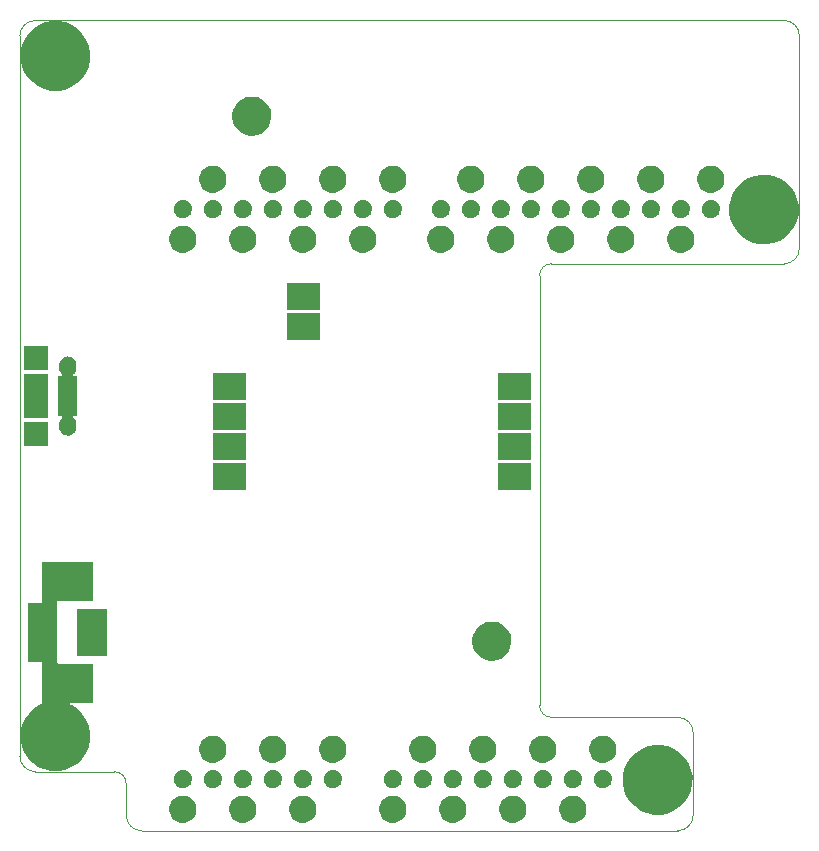
<source format=gts>
G04 (created by PCBNEW (2013-07-07 BZR 4022)-stable) date 15/02/2015 14:23:07*
%MOIN*%
G04 Gerber Fmt 3.4, Leading zero omitted, Abs format*
%FSLAX34Y34*%
G01*
G70*
G90*
G04 APERTURE LIST*
%ADD10C,0.00590551*%
%ADD11C,0.000393701*%
G04 APERTURE END LIST*
G54D10*
G54D11*
X42173Y-51606D02*
X42173Y-27590D01*
X42173Y-27590D02*
G75*
G02X42685Y-27078I511J0D01*
G74*
G01*
X45716Y-52511D02*
X45716Y-53574D01*
X42685Y-52118D02*
X45322Y-52118D01*
X67645Y-27078D02*
X42685Y-27078D01*
X68157Y-34677D02*
X68157Y-27590D01*
X59889Y-35188D02*
X67645Y-35188D01*
X59496Y-49913D02*
X59496Y-35582D01*
X64102Y-50307D02*
X59889Y-50307D01*
X64614Y-53574D02*
X64614Y-50818D01*
X46228Y-54086D02*
X64102Y-54086D01*
X45322Y-52118D02*
G75*
G02X45716Y-52511I0J-393D01*
G74*
G01*
X42685Y-52118D02*
G75*
G02X42173Y-51606I0J511D01*
G74*
G01*
X67645Y-27078D02*
G75*
G02X68157Y-27590I0J-511D01*
G74*
G01*
X68157Y-34678D02*
G75*
G02X67645Y-35188I-511J0D01*
G74*
G01*
X59496Y-35581D02*
G75*
G02X59889Y-35188I393J0D01*
G74*
G01*
X59889Y-50307D02*
G75*
G02X59496Y-49913I0J393D01*
G74*
G01*
X64103Y-50307D02*
G75*
G02X64614Y-50818I0J-511D01*
G74*
G01*
X64614Y-53575D02*
G75*
G02X64102Y-54086I-511J0D01*
G74*
G01*
X46227Y-54086D02*
G75*
G02X45716Y-53574I0J511D01*
G74*
G01*
G54D10*
G36*
X43099Y-38733D02*
X42310Y-38733D01*
X42310Y-37944D01*
X43099Y-37944D01*
X43099Y-38733D01*
X43099Y-38733D01*
G37*
G36*
X43099Y-40347D02*
X42310Y-40347D01*
X42310Y-39606D01*
X42310Y-39590D01*
X42310Y-38849D01*
X43099Y-38849D01*
X43099Y-39590D01*
X43099Y-39606D01*
X43099Y-40347D01*
X43099Y-40347D01*
G37*
G36*
X43099Y-41252D02*
X42310Y-41252D01*
X42310Y-40463D01*
X43099Y-40463D01*
X43099Y-41252D01*
X43099Y-41252D01*
G37*
G36*
X44093Y-40258D02*
X43999Y-40258D01*
X43983Y-40258D01*
X43969Y-40264D01*
X43958Y-40275D01*
X43952Y-40289D01*
X43952Y-40304D01*
X43958Y-40319D01*
X43969Y-40329D01*
X43970Y-40330D01*
X44005Y-40373D01*
X44031Y-40422D01*
X44047Y-40476D01*
X44053Y-40539D01*
X44053Y-40626D01*
X44053Y-40630D01*
X44053Y-40637D01*
X44053Y-40637D01*
X44046Y-40692D01*
X44046Y-40692D01*
X44046Y-40693D01*
X44030Y-40745D01*
X44002Y-40795D01*
X43967Y-40837D01*
X43923Y-40872D01*
X43874Y-40898D01*
X43820Y-40914D01*
X43766Y-40919D01*
X43710Y-40913D01*
X43657Y-40896D01*
X43607Y-40870D01*
X43565Y-40834D01*
X43529Y-40791D01*
X43503Y-40742D01*
X43487Y-40689D01*
X43481Y-40626D01*
X43481Y-40539D01*
X43481Y-40534D01*
X43482Y-40528D01*
X43482Y-40527D01*
X43488Y-40472D01*
X43488Y-40472D01*
X43488Y-40471D01*
X43505Y-40419D01*
X43532Y-40370D01*
X43570Y-40325D01*
X43576Y-40319D01*
X43581Y-40304D01*
X43581Y-40289D01*
X43576Y-40275D01*
X43565Y-40264D01*
X43551Y-40258D01*
X43535Y-40258D01*
X43442Y-40258D01*
X43442Y-40049D01*
X43442Y-40033D01*
X43442Y-39930D01*
X43442Y-39915D01*
X43442Y-39793D01*
X43442Y-39777D01*
X43442Y-39675D01*
X43442Y-39659D01*
X43442Y-39537D01*
X43442Y-39521D01*
X43442Y-39419D01*
X43442Y-39403D01*
X43442Y-39281D01*
X43442Y-39265D01*
X43442Y-39163D01*
X43442Y-39147D01*
X43442Y-38938D01*
X43536Y-38938D01*
X43551Y-38938D01*
X43565Y-38932D01*
X43576Y-38921D01*
X43582Y-38907D01*
X43582Y-38891D01*
X43576Y-38877D01*
X43565Y-38866D01*
X43565Y-38866D01*
X43529Y-38823D01*
X43503Y-38774D01*
X43487Y-38720D01*
X43481Y-38657D01*
X43481Y-38570D01*
X43481Y-38566D01*
X43482Y-38559D01*
X43482Y-38559D01*
X43488Y-38503D01*
X43488Y-38503D01*
X43488Y-38503D01*
X43505Y-38451D01*
X43532Y-38401D01*
X43567Y-38359D01*
X43611Y-38324D01*
X43660Y-38298D01*
X43714Y-38282D01*
X43769Y-38277D01*
X43825Y-38283D01*
X43878Y-38299D01*
X43927Y-38326D01*
X43970Y-38361D01*
X44005Y-38405D01*
X44031Y-38454D01*
X44047Y-38507D01*
X44053Y-38570D01*
X44053Y-38657D01*
X44053Y-38662D01*
X44053Y-38668D01*
X44053Y-38668D01*
X44046Y-38724D01*
X44046Y-38724D01*
X44046Y-38725D01*
X44030Y-38777D01*
X44002Y-38826D01*
X43965Y-38871D01*
X43959Y-38877D01*
X43953Y-38891D01*
X43953Y-38907D01*
X43959Y-38921D01*
X43970Y-38932D01*
X43984Y-38938D01*
X43999Y-38938D01*
X44093Y-38938D01*
X44093Y-39147D01*
X44093Y-39163D01*
X44093Y-39265D01*
X44093Y-39281D01*
X44093Y-39403D01*
X44093Y-39419D01*
X44093Y-39521D01*
X44093Y-39537D01*
X44093Y-39659D01*
X44093Y-39675D01*
X44093Y-39777D01*
X44093Y-39793D01*
X44093Y-39915D01*
X44093Y-39930D01*
X44093Y-40033D01*
X44093Y-40049D01*
X44093Y-40258D01*
X44093Y-40258D01*
G37*
G36*
X44516Y-28148D02*
X44512Y-28403D01*
X44461Y-28631D01*
X44370Y-28833D01*
X44236Y-29024D01*
X44075Y-29177D01*
X43878Y-29303D01*
X43671Y-29383D01*
X43440Y-29423D01*
X43219Y-29419D01*
X42990Y-29369D01*
X42787Y-29280D01*
X42595Y-29146D01*
X42441Y-28987D01*
X42314Y-28790D01*
X42233Y-28584D01*
X42190Y-28354D01*
X42193Y-28133D01*
X42242Y-27903D01*
X42329Y-27700D01*
X42462Y-27506D01*
X42620Y-27352D01*
X42816Y-27223D01*
X43021Y-27140D01*
X43252Y-27096D01*
X43472Y-27098D01*
X43703Y-27145D01*
X43906Y-27231D01*
X44101Y-27362D01*
X44256Y-27519D01*
X44386Y-27715D01*
X44470Y-27918D01*
X44516Y-28148D01*
X44516Y-28148D01*
G37*
G36*
X44595Y-49815D02*
X43885Y-49815D01*
X43869Y-49815D01*
X43855Y-49821D01*
X43844Y-49832D01*
X43838Y-49846D01*
X43838Y-49862D01*
X43844Y-49876D01*
X43855Y-49887D01*
X43906Y-49908D01*
X44101Y-50039D01*
X44256Y-50196D01*
X44386Y-50392D01*
X44470Y-50595D01*
X44516Y-50825D01*
X44512Y-51080D01*
X44461Y-51308D01*
X44370Y-51511D01*
X44236Y-51701D01*
X44075Y-51855D01*
X43878Y-51980D01*
X43671Y-52060D01*
X43440Y-52101D01*
X43219Y-52096D01*
X42990Y-52046D01*
X42787Y-51957D01*
X42595Y-51823D01*
X42441Y-51664D01*
X42314Y-51467D01*
X42233Y-51261D01*
X42190Y-51031D01*
X42193Y-50810D01*
X42242Y-50580D01*
X42329Y-50377D01*
X42462Y-50183D01*
X42620Y-50029D01*
X42816Y-49900D01*
X42869Y-49879D01*
X42884Y-49873D01*
X42894Y-49862D01*
X42900Y-49848D01*
X42900Y-49833D01*
X42900Y-48503D01*
X42900Y-48488D01*
X42894Y-48474D01*
X42884Y-48463D01*
X42869Y-48457D01*
X42854Y-48457D01*
X42428Y-48457D01*
X42428Y-48110D01*
X42428Y-48094D01*
X42428Y-48031D01*
X42428Y-48015D01*
X42428Y-47716D01*
X42428Y-47700D01*
X42428Y-47637D01*
X42428Y-47622D01*
X42428Y-47322D01*
X42428Y-47307D01*
X42428Y-47243D01*
X42428Y-47228D01*
X42428Y-46928D01*
X42428Y-46913D01*
X42428Y-46850D01*
X42428Y-46834D01*
X42428Y-46487D01*
X42854Y-46487D01*
X42869Y-46487D01*
X42884Y-46481D01*
X42894Y-46470D01*
X42900Y-46456D01*
X42900Y-46441D01*
X42900Y-45129D01*
X44595Y-45129D01*
X44595Y-46429D01*
X43460Y-46429D01*
X43445Y-46429D01*
X43430Y-46435D01*
X43420Y-46446D01*
X43414Y-46460D01*
X43414Y-46476D01*
X43414Y-46834D01*
X43414Y-46850D01*
X43414Y-46913D01*
X43414Y-46928D01*
X43414Y-47228D01*
X43414Y-47243D01*
X43414Y-47307D01*
X43414Y-47322D01*
X43414Y-47622D01*
X43414Y-47637D01*
X43414Y-47700D01*
X43414Y-47716D01*
X43414Y-48015D01*
X43414Y-48031D01*
X43414Y-48094D01*
X43414Y-48110D01*
X43414Y-48468D01*
X43414Y-48484D01*
X43420Y-48498D01*
X43430Y-48509D01*
X43445Y-48514D01*
X43460Y-48514D01*
X44595Y-48514D01*
X44595Y-49815D01*
X44595Y-49815D01*
G37*
G36*
X45067Y-48260D02*
X44081Y-48260D01*
X44081Y-47913D01*
X44081Y-47897D01*
X44081Y-47834D01*
X44081Y-47819D01*
X44081Y-47519D01*
X44081Y-47504D01*
X44081Y-47440D01*
X44081Y-47425D01*
X44081Y-47125D01*
X44081Y-47110D01*
X44081Y-47047D01*
X44081Y-47031D01*
X44081Y-46684D01*
X45067Y-46684D01*
X45067Y-47031D01*
X45067Y-47047D01*
X45067Y-47110D01*
X45067Y-47125D01*
X45067Y-47425D01*
X45067Y-47440D01*
X45067Y-47504D01*
X45067Y-47519D01*
X45067Y-47819D01*
X45067Y-47834D01*
X45067Y-47897D01*
X45067Y-47913D01*
X45067Y-48260D01*
X45067Y-48260D01*
G37*
G36*
X47908Y-33342D02*
X47907Y-33405D01*
X47892Y-33469D01*
X47870Y-33519D01*
X47832Y-33572D01*
X47793Y-33610D01*
X47738Y-33645D01*
X47687Y-33664D01*
X47622Y-33676D01*
X47569Y-33675D01*
X47504Y-33661D01*
X47455Y-33639D01*
X47401Y-33601D01*
X47363Y-33563D01*
X47327Y-33507D01*
X47308Y-33457D01*
X47296Y-33392D01*
X47296Y-33339D01*
X47310Y-33274D01*
X47331Y-33225D01*
X47369Y-33170D01*
X47407Y-33133D01*
X47463Y-33096D01*
X47512Y-33076D01*
X47578Y-33064D01*
X47630Y-33064D01*
X47696Y-33077D01*
X47745Y-33098D01*
X47800Y-33135D01*
X47837Y-33173D01*
X47875Y-33229D01*
X47895Y-33277D01*
X47908Y-33342D01*
X47908Y-33342D01*
G37*
G36*
X47908Y-52342D02*
X47907Y-52405D01*
X47892Y-52469D01*
X47870Y-52519D01*
X47832Y-52572D01*
X47793Y-52610D01*
X47738Y-52645D01*
X47687Y-52664D01*
X47622Y-52676D01*
X47569Y-52675D01*
X47504Y-52661D01*
X47455Y-52639D01*
X47401Y-52601D01*
X47363Y-52563D01*
X47327Y-52507D01*
X47308Y-52457D01*
X47296Y-52392D01*
X47296Y-52339D01*
X47310Y-52274D01*
X47331Y-52225D01*
X47369Y-52170D01*
X47407Y-52133D01*
X47463Y-52096D01*
X47512Y-52076D01*
X47578Y-52064D01*
X47630Y-52064D01*
X47696Y-52077D01*
X47745Y-52098D01*
X47800Y-52135D01*
X47837Y-52173D01*
X47875Y-52229D01*
X47895Y-52277D01*
X47908Y-52342D01*
X47908Y-52342D01*
G37*
G36*
X48055Y-34328D02*
X48054Y-34424D01*
X48033Y-34516D01*
X47999Y-34592D01*
X47945Y-34669D01*
X47884Y-34727D01*
X47804Y-34777D01*
X47727Y-34807D01*
X47634Y-34824D01*
X47551Y-34822D01*
X47458Y-34802D01*
X47382Y-34769D01*
X47304Y-34714D01*
X47247Y-34655D01*
X47195Y-34575D01*
X47165Y-34498D01*
X47148Y-34404D01*
X47149Y-34322D01*
X47169Y-34229D01*
X47201Y-34153D01*
X47255Y-34074D01*
X47314Y-34017D01*
X47394Y-33964D01*
X47470Y-33934D01*
X47564Y-33916D01*
X47646Y-33916D01*
X47740Y-33936D01*
X47815Y-33967D01*
X47895Y-34021D01*
X47952Y-34079D01*
X48006Y-34159D01*
X48037Y-34234D01*
X48055Y-34328D01*
X48055Y-34328D01*
G37*
G36*
X48055Y-53328D02*
X48054Y-53424D01*
X48033Y-53516D01*
X47999Y-53592D01*
X47945Y-53669D01*
X47884Y-53727D01*
X47804Y-53777D01*
X47727Y-53807D01*
X47634Y-53824D01*
X47551Y-53822D01*
X47458Y-53802D01*
X47382Y-53769D01*
X47304Y-53714D01*
X47247Y-53655D01*
X47195Y-53575D01*
X47165Y-53498D01*
X47148Y-53404D01*
X47149Y-53322D01*
X47169Y-53229D01*
X47201Y-53153D01*
X47255Y-53074D01*
X47314Y-53017D01*
X47394Y-52964D01*
X47470Y-52934D01*
X47564Y-52916D01*
X47646Y-52916D01*
X47740Y-52936D01*
X47815Y-52967D01*
X47895Y-53021D01*
X47952Y-53079D01*
X48006Y-53159D01*
X48037Y-53234D01*
X48055Y-53328D01*
X48055Y-53328D01*
G37*
G36*
X48908Y-33342D02*
X48907Y-33405D01*
X48892Y-33469D01*
X48870Y-33519D01*
X48832Y-33572D01*
X48793Y-33610D01*
X48738Y-33645D01*
X48687Y-33664D01*
X48622Y-33676D01*
X48569Y-33675D01*
X48504Y-33661D01*
X48455Y-33639D01*
X48401Y-33601D01*
X48363Y-33563D01*
X48327Y-33507D01*
X48308Y-33457D01*
X48296Y-33392D01*
X48296Y-33339D01*
X48310Y-33274D01*
X48331Y-33225D01*
X48369Y-33170D01*
X48407Y-33133D01*
X48463Y-33096D01*
X48512Y-33076D01*
X48578Y-33064D01*
X48630Y-33064D01*
X48696Y-33077D01*
X48745Y-33098D01*
X48800Y-33135D01*
X48837Y-33173D01*
X48875Y-33229D01*
X48895Y-33277D01*
X48908Y-33342D01*
X48908Y-33342D01*
G37*
G36*
X48908Y-52342D02*
X48907Y-52405D01*
X48892Y-52469D01*
X48870Y-52519D01*
X48832Y-52572D01*
X48793Y-52610D01*
X48738Y-52645D01*
X48687Y-52664D01*
X48622Y-52676D01*
X48569Y-52675D01*
X48504Y-52661D01*
X48455Y-52639D01*
X48401Y-52601D01*
X48363Y-52563D01*
X48327Y-52507D01*
X48308Y-52457D01*
X48296Y-52392D01*
X48296Y-52339D01*
X48310Y-52274D01*
X48331Y-52225D01*
X48369Y-52170D01*
X48407Y-52133D01*
X48463Y-52096D01*
X48512Y-52076D01*
X48578Y-52064D01*
X48630Y-52064D01*
X48696Y-52077D01*
X48745Y-52098D01*
X48800Y-52135D01*
X48837Y-52173D01*
X48875Y-52229D01*
X48895Y-52277D01*
X48908Y-52342D01*
X48908Y-52342D01*
G37*
G36*
X49055Y-32328D02*
X49054Y-32424D01*
X49033Y-32516D01*
X48999Y-32592D01*
X48945Y-32669D01*
X48884Y-32727D01*
X48804Y-32777D01*
X48727Y-32807D01*
X48634Y-32824D01*
X48551Y-32822D01*
X48458Y-32802D01*
X48382Y-32769D01*
X48304Y-32714D01*
X48247Y-32655D01*
X48195Y-32575D01*
X48165Y-32498D01*
X48148Y-32404D01*
X48149Y-32322D01*
X48169Y-32229D01*
X48201Y-32153D01*
X48255Y-32074D01*
X48314Y-32017D01*
X48394Y-31964D01*
X48470Y-31934D01*
X48564Y-31916D01*
X48646Y-31916D01*
X48740Y-31936D01*
X48815Y-31967D01*
X48895Y-32021D01*
X48952Y-32079D01*
X49006Y-32159D01*
X49037Y-32234D01*
X49055Y-32328D01*
X49055Y-32328D01*
G37*
G36*
X49055Y-51328D02*
X49054Y-51424D01*
X49033Y-51516D01*
X48999Y-51592D01*
X48945Y-51669D01*
X48884Y-51727D01*
X48804Y-51777D01*
X48727Y-51807D01*
X48634Y-51824D01*
X48551Y-51822D01*
X48458Y-51802D01*
X48382Y-51769D01*
X48304Y-51714D01*
X48247Y-51655D01*
X48195Y-51575D01*
X48165Y-51498D01*
X48148Y-51404D01*
X48149Y-51322D01*
X48169Y-51229D01*
X48201Y-51153D01*
X48255Y-51074D01*
X48314Y-51017D01*
X48394Y-50964D01*
X48470Y-50934D01*
X48564Y-50916D01*
X48646Y-50916D01*
X48740Y-50936D01*
X48815Y-50967D01*
X48895Y-51021D01*
X48952Y-51079D01*
X49006Y-51159D01*
X49037Y-51234D01*
X49055Y-51328D01*
X49055Y-51328D01*
G37*
G36*
X49713Y-39721D02*
X48609Y-39721D01*
X48609Y-38814D01*
X49713Y-38814D01*
X49713Y-39721D01*
X49713Y-39721D01*
G37*
G36*
X49713Y-40721D02*
X48609Y-40721D01*
X48609Y-39814D01*
X49713Y-39814D01*
X49713Y-40721D01*
X49713Y-40721D01*
G37*
G36*
X49713Y-41721D02*
X48609Y-41721D01*
X48609Y-40814D01*
X49713Y-40814D01*
X49713Y-41721D01*
X49713Y-41721D01*
G37*
G36*
X49713Y-42721D02*
X48609Y-42721D01*
X48609Y-41814D01*
X49713Y-41814D01*
X49713Y-42721D01*
X49713Y-42721D01*
G37*
G36*
X49908Y-33342D02*
X49907Y-33405D01*
X49892Y-33469D01*
X49870Y-33519D01*
X49832Y-33572D01*
X49793Y-33610D01*
X49738Y-33645D01*
X49687Y-33664D01*
X49622Y-33676D01*
X49569Y-33675D01*
X49504Y-33661D01*
X49455Y-33639D01*
X49401Y-33601D01*
X49363Y-33563D01*
X49327Y-33507D01*
X49308Y-33457D01*
X49296Y-33392D01*
X49296Y-33339D01*
X49310Y-33274D01*
X49331Y-33225D01*
X49369Y-33170D01*
X49407Y-33133D01*
X49463Y-33096D01*
X49512Y-33076D01*
X49578Y-33064D01*
X49630Y-33064D01*
X49696Y-33077D01*
X49745Y-33098D01*
X49800Y-33135D01*
X49837Y-33173D01*
X49875Y-33229D01*
X49895Y-33277D01*
X49908Y-33342D01*
X49908Y-33342D01*
G37*
G36*
X49908Y-52342D02*
X49907Y-52405D01*
X49892Y-52469D01*
X49870Y-52519D01*
X49832Y-52572D01*
X49793Y-52610D01*
X49738Y-52645D01*
X49687Y-52664D01*
X49622Y-52676D01*
X49569Y-52675D01*
X49504Y-52661D01*
X49455Y-52639D01*
X49401Y-52601D01*
X49363Y-52563D01*
X49327Y-52507D01*
X49308Y-52457D01*
X49296Y-52392D01*
X49296Y-52339D01*
X49310Y-52274D01*
X49331Y-52225D01*
X49369Y-52170D01*
X49407Y-52133D01*
X49463Y-52096D01*
X49512Y-52076D01*
X49578Y-52064D01*
X49630Y-52064D01*
X49696Y-52077D01*
X49745Y-52098D01*
X49800Y-52135D01*
X49837Y-52173D01*
X49875Y-52229D01*
X49895Y-52277D01*
X49908Y-52342D01*
X49908Y-52342D01*
G37*
G36*
X50055Y-34328D02*
X50054Y-34424D01*
X50033Y-34516D01*
X49999Y-34592D01*
X49945Y-34669D01*
X49884Y-34727D01*
X49804Y-34777D01*
X49727Y-34807D01*
X49634Y-34824D01*
X49551Y-34822D01*
X49458Y-34802D01*
X49382Y-34769D01*
X49304Y-34714D01*
X49247Y-34655D01*
X49195Y-34575D01*
X49165Y-34498D01*
X49148Y-34404D01*
X49149Y-34322D01*
X49169Y-34229D01*
X49201Y-34153D01*
X49255Y-34074D01*
X49314Y-34017D01*
X49394Y-33964D01*
X49470Y-33934D01*
X49564Y-33916D01*
X49646Y-33916D01*
X49740Y-33936D01*
X49815Y-33967D01*
X49895Y-34021D01*
X49952Y-34079D01*
X50006Y-34159D01*
X50037Y-34234D01*
X50055Y-34328D01*
X50055Y-34328D01*
G37*
G36*
X50055Y-53328D02*
X50054Y-53424D01*
X50033Y-53516D01*
X49999Y-53592D01*
X49945Y-53669D01*
X49884Y-53727D01*
X49804Y-53777D01*
X49727Y-53807D01*
X49634Y-53824D01*
X49551Y-53822D01*
X49458Y-53802D01*
X49382Y-53769D01*
X49304Y-53714D01*
X49247Y-53655D01*
X49195Y-53575D01*
X49165Y-53498D01*
X49148Y-53404D01*
X49149Y-53322D01*
X49169Y-53229D01*
X49201Y-53153D01*
X49255Y-53074D01*
X49314Y-53017D01*
X49394Y-52964D01*
X49470Y-52934D01*
X49564Y-52916D01*
X49646Y-52916D01*
X49740Y-52936D01*
X49815Y-52967D01*
X49895Y-53021D01*
X49952Y-53079D01*
X50006Y-53159D01*
X50037Y-53234D01*
X50055Y-53328D01*
X50055Y-53328D01*
G37*
G36*
X50555Y-30206D02*
X50553Y-30346D01*
X50524Y-30476D01*
X50474Y-30587D01*
X50397Y-30696D01*
X50309Y-30780D01*
X50197Y-30851D01*
X50084Y-30895D01*
X49952Y-30919D01*
X49831Y-30916D01*
X49700Y-30887D01*
X49589Y-30839D01*
X49479Y-30762D01*
X49395Y-30675D01*
X49323Y-30563D01*
X49278Y-30450D01*
X49254Y-30319D01*
X49256Y-30198D01*
X49284Y-30067D01*
X49331Y-29956D01*
X49407Y-29845D01*
X49493Y-29760D01*
X49606Y-29687D01*
X49717Y-29642D01*
X49849Y-29616D01*
X49970Y-29617D01*
X50102Y-29644D01*
X50212Y-29691D01*
X50324Y-29766D01*
X50409Y-29852D01*
X50483Y-29964D01*
X50529Y-30075D01*
X50555Y-30206D01*
X50555Y-30206D01*
G37*
G36*
X50908Y-33342D02*
X50907Y-33405D01*
X50892Y-33469D01*
X50870Y-33519D01*
X50832Y-33572D01*
X50793Y-33610D01*
X50738Y-33645D01*
X50687Y-33664D01*
X50622Y-33676D01*
X50569Y-33675D01*
X50504Y-33661D01*
X50455Y-33639D01*
X50401Y-33601D01*
X50363Y-33563D01*
X50327Y-33507D01*
X50308Y-33457D01*
X50296Y-33392D01*
X50296Y-33339D01*
X50310Y-33274D01*
X50331Y-33225D01*
X50369Y-33170D01*
X50407Y-33133D01*
X50463Y-33096D01*
X50512Y-33076D01*
X50578Y-33064D01*
X50630Y-33064D01*
X50696Y-33077D01*
X50745Y-33098D01*
X50800Y-33135D01*
X50837Y-33173D01*
X50875Y-33229D01*
X50895Y-33277D01*
X50908Y-33342D01*
X50908Y-33342D01*
G37*
G36*
X50908Y-52342D02*
X50907Y-52405D01*
X50892Y-52469D01*
X50870Y-52519D01*
X50832Y-52572D01*
X50793Y-52610D01*
X50738Y-52645D01*
X50687Y-52664D01*
X50622Y-52676D01*
X50569Y-52675D01*
X50504Y-52661D01*
X50455Y-52639D01*
X50401Y-52601D01*
X50363Y-52563D01*
X50327Y-52507D01*
X50308Y-52457D01*
X50296Y-52392D01*
X50296Y-52339D01*
X50310Y-52274D01*
X50331Y-52225D01*
X50369Y-52170D01*
X50407Y-52133D01*
X50463Y-52096D01*
X50512Y-52076D01*
X50578Y-52064D01*
X50630Y-52064D01*
X50696Y-52077D01*
X50745Y-52098D01*
X50800Y-52135D01*
X50837Y-52173D01*
X50875Y-52229D01*
X50895Y-52277D01*
X50908Y-52342D01*
X50908Y-52342D01*
G37*
G36*
X51055Y-32328D02*
X51054Y-32424D01*
X51033Y-32516D01*
X50999Y-32592D01*
X50945Y-32669D01*
X50884Y-32727D01*
X50804Y-32777D01*
X50727Y-32807D01*
X50634Y-32824D01*
X50551Y-32822D01*
X50458Y-32802D01*
X50382Y-32769D01*
X50304Y-32714D01*
X50247Y-32655D01*
X50195Y-32575D01*
X50165Y-32498D01*
X50148Y-32404D01*
X50149Y-32322D01*
X50169Y-32229D01*
X50201Y-32153D01*
X50255Y-32074D01*
X50314Y-32017D01*
X50394Y-31964D01*
X50470Y-31934D01*
X50564Y-31916D01*
X50646Y-31916D01*
X50740Y-31936D01*
X50815Y-31967D01*
X50895Y-32021D01*
X50952Y-32079D01*
X51006Y-32159D01*
X51037Y-32234D01*
X51055Y-32328D01*
X51055Y-32328D01*
G37*
G36*
X51055Y-51328D02*
X51054Y-51424D01*
X51033Y-51516D01*
X50999Y-51592D01*
X50945Y-51669D01*
X50884Y-51727D01*
X50804Y-51777D01*
X50727Y-51807D01*
X50634Y-51824D01*
X50551Y-51822D01*
X50458Y-51802D01*
X50382Y-51769D01*
X50304Y-51714D01*
X50247Y-51655D01*
X50195Y-51575D01*
X50165Y-51498D01*
X50148Y-51404D01*
X50149Y-51322D01*
X50169Y-51229D01*
X50201Y-51153D01*
X50255Y-51074D01*
X50314Y-51017D01*
X50394Y-50964D01*
X50470Y-50934D01*
X50564Y-50916D01*
X50646Y-50916D01*
X50740Y-50936D01*
X50815Y-50967D01*
X50895Y-51021D01*
X50952Y-51079D01*
X51006Y-51159D01*
X51037Y-51234D01*
X51055Y-51328D01*
X51055Y-51328D01*
G37*
G36*
X51908Y-33342D02*
X51907Y-33405D01*
X51892Y-33469D01*
X51870Y-33519D01*
X51832Y-33572D01*
X51793Y-33610D01*
X51738Y-33645D01*
X51687Y-33664D01*
X51622Y-33676D01*
X51569Y-33675D01*
X51504Y-33661D01*
X51455Y-33639D01*
X51401Y-33601D01*
X51363Y-33563D01*
X51327Y-33507D01*
X51308Y-33457D01*
X51296Y-33392D01*
X51296Y-33339D01*
X51310Y-33274D01*
X51331Y-33225D01*
X51369Y-33170D01*
X51407Y-33133D01*
X51463Y-33096D01*
X51512Y-33076D01*
X51578Y-33064D01*
X51630Y-33064D01*
X51696Y-33077D01*
X51745Y-33098D01*
X51800Y-33135D01*
X51837Y-33173D01*
X51875Y-33229D01*
X51895Y-33277D01*
X51908Y-33342D01*
X51908Y-33342D01*
G37*
G36*
X51908Y-52342D02*
X51907Y-52405D01*
X51892Y-52469D01*
X51870Y-52519D01*
X51832Y-52572D01*
X51793Y-52610D01*
X51738Y-52645D01*
X51687Y-52664D01*
X51622Y-52676D01*
X51569Y-52675D01*
X51504Y-52661D01*
X51455Y-52639D01*
X51401Y-52601D01*
X51363Y-52563D01*
X51327Y-52507D01*
X51308Y-52457D01*
X51296Y-52392D01*
X51296Y-52339D01*
X51310Y-52274D01*
X51331Y-52225D01*
X51369Y-52170D01*
X51407Y-52133D01*
X51463Y-52096D01*
X51512Y-52076D01*
X51578Y-52064D01*
X51630Y-52064D01*
X51696Y-52077D01*
X51745Y-52098D01*
X51800Y-52135D01*
X51837Y-52173D01*
X51875Y-52229D01*
X51895Y-52277D01*
X51908Y-52342D01*
X51908Y-52342D01*
G37*
G36*
X52055Y-34328D02*
X52054Y-34424D01*
X52033Y-34516D01*
X51999Y-34592D01*
X51945Y-34669D01*
X51884Y-34727D01*
X51804Y-34777D01*
X51727Y-34807D01*
X51634Y-34824D01*
X51551Y-34822D01*
X51458Y-34802D01*
X51382Y-34769D01*
X51304Y-34714D01*
X51247Y-34655D01*
X51195Y-34575D01*
X51165Y-34498D01*
X51148Y-34404D01*
X51149Y-34322D01*
X51169Y-34229D01*
X51201Y-34153D01*
X51255Y-34074D01*
X51314Y-34017D01*
X51394Y-33964D01*
X51470Y-33934D01*
X51564Y-33916D01*
X51646Y-33916D01*
X51740Y-33936D01*
X51815Y-33967D01*
X51895Y-34021D01*
X51952Y-34079D01*
X52006Y-34159D01*
X52037Y-34234D01*
X52055Y-34328D01*
X52055Y-34328D01*
G37*
G36*
X52055Y-53328D02*
X52054Y-53424D01*
X52033Y-53516D01*
X51999Y-53592D01*
X51945Y-53669D01*
X51884Y-53727D01*
X51804Y-53777D01*
X51727Y-53807D01*
X51634Y-53824D01*
X51551Y-53822D01*
X51458Y-53802D01*
X51382Y-53769D01*
X51304Y-53714D01*
X51247Y-53655D01*
X51195Y-53575D01*
X51165Y-53498D01*
X51148Y-53404D01*
X51149Y-53322D01*
X51169Y-53229D01*
X51201Y-53153D01*
X51255Y-53074D01*
X51314Y-53017D01*
X51394Y-52964D01*
X51470Y-52934D01*
X51564Y-52916D01*
X51646Y-52916D01*
X51740Y-52936D01*
X51815Y-52967D01*
X51895Y-53021D01*
X51952Y-53079D01*
X52006Y-53159D01*
X52037Y-53234D01*
X52055Y-53328D01*
X52055Y-53328D01*
G37*
G36*
X52193Y-36721D02*
X51089Y-36721D01*
X51089Y-35814D01*
X52193Y-35814D01*
X52193Y-36721D01*
X52193Y-36721D01*
G37*
G36*
X52193Y-37721D02*
X51089Y-37721D01*
X51089Y-36814D01*
X52193Y-36814D01*
X52193Y-37721D01*
X52193Y-37721D01*
G37*
G36*
X52908Y-33342D02*
X52907Y-33405D01*
X52892Y-33469D01*
X52870Y-33519D01*
X52832Y-33572D01*
X52793Y-33610D01*
X52738Y-33645D01*
X52687Y-33664D01*
X52622Y-33676D01*
X52569Y-33675D01*
X52504Y-33661D01*
X52455Y-33639D01*
X52401Y-33601D01*
X52363Y-33563D01*
X52327Y-33507D01*
X52308Y-33457D01*
X52296Y-33392D01*
X52296Y-33339D01*
X52310Y-33274D01*
X52331Y-33225D01*
X52369Y-33170D01*
X52407Y-33133D01*
X52463Y-33096D01*
X52512Y-33076D01*
X52578Y-33064D01*
X52630Y-33064D01*
X52696Y-33077D01*
X52745Y-33098D01*
X52800Y-33135D01*
X52837Y-33173D01*
X52875Y-33229D01*
X52895Y-33277D01*
X52908Y-33342D01*
X52908Y-33342D01*
G37*
G36*
X52908Y-52342D02*
X52907Y-52405D01*
X52892Y-52469D01*
X52870Y-52519D01*
X52832Y-52572D01*
X52793Y-52610D01*
X52738Y-52645D01*
X52687Y-52664D01*
X52622Y-52676D01*
X52569Y-52675D01*
X52504Y-52661D01*
X52455Y-52639D01*
X52401Y-52601D01*
X52363Y-52563D01*
X52327Y-52507D01*
X52308Y-52457D01*
X52296Y-52392D01*
X52296Y-52339D01*
X52310Y-52274D01*
X52331Y-52225D01*
X52369Y-52170D01*
X52407Y-52133D01*
X52463Y-52096D01*
X52512Y-52076D01*
X52578Y-52064D01*
X52630Y-52064D01*
X52696Y-52077D01*
X52745Y-52098D01*
X52800Y-52135D01*
X52837Y-52173D01*
X52875Y-52229D01*
X52895Y-52277D01*
X52908Y-52342D01*
X52908Y-52342D01*
G37*
G36*
X53055Y-32328D02*
X53054Y-32424D01*
X53033Y-32516D01*
X52999Y-32592D01*
X52945Y-32669D01*
X52884Y-32727D01*
X52804Y-32777D01*
X52727Y-32807D01*
X52634Y-32824D01*
X52551Y-32822D01*
X52458Y-32802D01*
X52382Y-32769D01*
X52304Y-32714D01*
X52247Y-32655D01*
X52195Y-32575D01*
X52165Y-32498D01*
X52148Y-32404D01*
X52149Y-32322D01*
X52169Y-32229D01*
X52201Y-32153D01*
X52255Y-32074D01*
X52314Y-32017D01*
X52394Y-31964D01*
X52470Y-31934D01*
X52564Y-31916D01*
X52646Y-31916D01*
X52740Y-31936D01*
X52815Y-31967D01*
X52895Y-32021D01*
X52952Y-32079D01*
X53006Y-32159D01*
X53037Y-32234D01*
X53055Y-32328D01*
X53055Y-32328D01*
G37*
G36*
X53055Y-51328D02*
X53054Y-51424D01*
X53033Y-51516D01*
X52999Y-51592D01*
X52945Y-51669D01*
X52884Y-51727D01*
X52804Y-51777D01*
X52727Y-51807D01*
X52634Y-51824D01*
X52551Y-51822D01*
X52458Y-51802D01*
X52382Y-51769D01*
X52304Y-51714D01*
X52247Y-51655D01*
X52195Y-51575D01*
X52165Y-51498D01*
X52148Y-51404D01*
X52149Y-51322D01*
X52169Y-51229D01*
X52201Y-51153D01*
X52255Y-51074D01*
X52314Y-51017D01*
X52394Y-50964D01*
X52470Y-50934D01*
X52564Y-50916D01*
X52646Y-50916D01*
X52740Y-50936D01*
X52815Y-50967D01*
X52895Y-51021D01*
X52952Y-51079D01*
X53006Y-51159D01*
X53037Y-51234D01*
X53055Y-51328D01*
X53055Y-51328D01*
G37*
G36*
X53908Y-33342D02*
X53907Y-33405D01*
X53892Y-33469D01*
X53870Y-33519D01*
X53832Y-33572D01*
X53793Y-33610D01*
X53738Y-33645D01*
X53687Y-33664D01*
X53622Y-33676D01*
X53569Y-33675D01*
X53504Y-33661D01*
X53455Y-33639D01*
X53401Y-33601D01*
X53363Y-33563D01*
X53327Y-33507D01*
X53308Y-33457D01*
X53296Y-33392D01*
X53296Y-33339D01*
X53310Y-33274D01*
X53331Y-33225D01*
X53369Y-33170D01*
X53407Y-33133D01*
X53463Y-33096D01*
X53512Y-33076D01*
X53578Y-33064D01*
X53630Y-33064D01*
X53696Y-33077D01*
X53745Y-33098D01*
X53800Y-33135D01*
X53837Y-33173D01*
X53875Y-33229D01*
X53895Y-33277D01*
X53908Y-33342D01*
X53908Y-33342D01*
G37*
G36*
X54055Y-34328D02*
X54054Y-34424D01*
X54033Y-34516D01*
X53999Y-34592D01*
X53945Y-34669D01*
X53884Y-34727D01*
X53804Y-34777D01*
X53727Y-34807D01*
X53634Y-34824D01*
X53551Y-34822D01*
X53458Y-34802D01*
X53382Y-34769D01*
X53304Y-34714D01*
X53247Y-34655D01*
X53195Y-34575D01*
X53165Y-34498D01*
X53148Y-34404D01*
X53149Y-34322D01*
X53169Y-34229D01*
X53201Y-34153D01*
X53255Y-34074D01*
X53314Y-34017D01*
X53394Y-33964D01*
X53470Y-33934D01*
X53564Y-33916D01*
X53646Y-33916D01*
X53740Y-33936D01*
X53815Y-33967D01*
X53895Y-34021D01*
X53952Y-34079D01*
X54006Y-34159D01*
X54037Y-34234D01*
X54055Y-34328D01*
X54055Y-34328D01*
G37*
G36*
X54908Y-33342D02*
X54907Y-33405D01*
X54892Y-33469D01*
X54870Y-33519D01*
X54832Y-33572D01*
X54793Y-33610D01*
X54738Y-33645D01*
X54687Y-33664D01*
X54622Y-33676D01*
X54569Y-33675D01*
X54504Y-33661D01*
X54455Y-33639D01*
X54401Y-33601D01*
X54363Y-33563D01*
X54327Y-33507D01*
X54308Y-33457D01*
X54296Y-33392D01*
X54296Y-33339D01*
X54310Y-33274D01*
X54331Y-33225D01*
X54369Y-33170D01*
X54407Y-33133D01*
X54463Y-33096D01*
X54512Y-33076D01*
X54578Y-33064D01*
X54630Y-33064D01*
X54696Y-33077D01*
X54745Y-33098D01*
X54800Y-33135D01*
X54837Y-33173D01*
X54875Y-33229D01*
X54895Y-33277D01*
X54908Y-33342D01*
X54908Y-33342D01*
G37*
G36*
X54908Y-52342D02*
X54907Y-52405D01*
X54892Y-52469D01*
X54870Y-52519D01*
X54832Y-52572D01*
X54793Y-52610D01*
X54738Y-52645D01*
X54687Y-52664D01*
X54622Y-52676D01*
X54569Y-52675D01*
X54504Y-52661D01*
X54455Y-52639D01*
X54401Y-52601D01*
X54363Y-52563D01*
X54327Y-52507D01*
X54308Y-52457D01*
X54296Y-52392D01*
X54296Y-52339D01*
X54310Y-52274D01*
X54331Y-52225D01*
X54369Y-52170D01*
X54407Y-52133D01*
X54463Y-52096D01*
X54512Y-52076D01*
X54578Y-52064D01*
X54630Y-52064D01*
X54696Y-52077D01*
X54745Y-52098D01*
X54800Y-52135D01*
X54837Y-52173D01*
X54875Y-52229D01*
X54895Y-52277D01*
X54908Y-52342D01*
X54908Y-52342D01*
G37*
G36*
X55055Y-32328D02*
X55054Y-32424D01*
X55033Y-32516D01*
X54999Y-32592D01*
X54945Y-32669D01*
X54884Y-32727D01*
X54804Y-32777D01*
X54727Y-32807D01*
X54634Y-32824D01*
X54551Y-32822D01*
X54458Y-32802D01*
X54382Y-32769D01*
X54304Y-32714D01*
X54247Y-32655D01*
X54195Y-32575D01*
X54165Y-32498D01*
X54148Y-32404D01*
X54149Y-32322D01*
X54169Y-32229D01*
X54201Y-32153D01*
X54255Y-32074D01*
X54314Y-32017D01*
X54394Y-31964D01*
X54470Y-31934D01*
X54564Y-31916D01*
X54646Y-31916D01*
X54740Y-31936D01*
X54815Y-31967D01*
X54895Y-32021D01*
X54952Y-32079D01*
X55006Y-32159D01*
X55037Y-32234D01*
X55055Y-32328D01*
X55055Y-32328D01*
G37*
G36*
X55055Y-53328D02*
X55054Y-53424D01*
X55033Y-53516D01*
X54999Y-53592D01*
X54945Y-53669D01*
X54884Y-53727D01*
X54804Y-53777D01*
X54727Y-53807D01*
X54634Y-53824D01*
X54551Y-53822D01*
X54458Y-53802D01*
X54382Y-53769D01*
X54304Y-53714D01*
X54247Y-53655D01*
X54195Y-53575D01*
X54165Y-53498D01*
X54148Y-53404D01*
X54149Y-53322D01*
X54169Y-53229D01*
X54201Y-53153D01*
X54255Y-53074D01*
X54314Y-53017D01*
X54394Y-52964D01*
X54470Y-52934D01*
X54564Y-52916D01*
X54646Y-52916D01*
X54740Y-52936D01*
X54815Y-52967D01*
X54895Y-53021D01*
X54952Y-53079D01*
X55006Y-53159D01*
X55037Y-53234D01*
X55055Y-53328D01*
X55055Y-53328D01*
G37*
G36*
X55908Y-52342D02*
X55907Y-52405D01*
X55892Y-52469D01*
X55870Y-52519D01*
X55832Y-52572D01*
X55793Y-52610D01*
X55738Y-52645D01*
X55687Y-52664D01*
X55622Y-52676D01*
X55569Y-52675D01*
X55504Y-52661D01*
X55455Y-52639D01*
X55401Y-52601D01*
X55363Y-52563D01*
X55327Y-52507D01*
X55308Y-52457D01*
X55296Y-52392D01*
X55296Y-52339D01*
X55310Y-52274D01*
X55331Y-52225D01*
X55369Y-52170D01*
X55407Y-52133D01*
X55463Y-52096D01*
X55512Y-52076D01*
X55578Y-52064D01*
X55630Y-52064D01*
X55696Y-52077D01*
X55745Y-52098D01*
X55800Y-52135D01*
X55837Y-52173D01*
X55875Y-52229D01*
X55895Y-52277D01*
X55908Y-52342D01*
X55908Y-52342D01*
G37*
G36*
X56055Y-51328D02*
X56054Y-51424D01*
X56033Y-51516D01*
X55999Y-51592D01*
X55945Y-51669D01*
X55884Y-51727D01*
X55804Y-51777D01*
X55727Y-51807D01*
X55634Y-51824D01*
X55551Y-51822D01*
X55458Y-51802D01*
X55382Y-51769D01*
X55304Y-51714D01*
X55247Y-51655D01*
X55195Y-51575D01*
X55165Y-51498D01*
X55148Y-51404D01*
X55149Y-51322D01*
X55169Y-51229D01*
X55201Y-51153D01*
X55255Y-51074D01*
X55314Y-51017D01*
X55394Y-50964D01*
X55470Y-50934D01*
X55564Y-50916D01*
X55646Y-50916D01*
X55740Y-50936D01*
X55815Y-50967D01*
X55895Y-51021D01*
X55952Y-51079D01*
X56006Y-51159D01*
X56037Y-51234D01*
X56055Y-51328D01*
X56055Y-51328D01*
G37*
G36*
X56508Y-33342D02*
X56507Y-33405D01*
X56492Y-33469D01*
X56470Y-33519D01*
X56432Y-33572D01*
X56393Y-33610D01*
X56338Y-33645D01*
X56287Y-33664D01*
X56222Y-33676D01*
X56169Y-33675D01*
X56104Y-33661D01*
X56055Y-33639D01*
X56001Y-33601D01*
X55963Y-33563D01*
X55927Y-33507D01*
X55908Y-33457D01*
X55896Y-33392D01*
X55896Y-33339D01*
X55910Y-33274D01*
X55931Y-33225D01*
X55969Y-33170D01*
X56007Y-33133D01*
X56063Y-33096D01*
X56112Y-33076D01*
X56178Y-33064D01*
X56230Y-33064D01*
X56296Y-33077D01*
X56345Y-33098D01*
X56400Y-33135D01*
X56437Y-33173D01*
X56475Y-33229D01*
X56495Y-33277D01*
X56508Y-33342D01*
X56508Y-33342D01*
G37*
G36*
X56655Y-34328D02*
X56654Y-34424D01*
X56633Y-34516D01*
X56599Y-34592D01*
X56545Y-34669D01*
X56484Y-34727D01*
X56404Y-34777D01*
X56327Y-34807D01*
X56234Y-34824D01*
X56151Y-34822D01*
X56058Y-34802D01*
X55982Y-34769D01*
X55904Y-34714D01*
X55847Y-34655D01*
X55795Y-34575D01*
X55765Y-34498D01*
X55748Y-34404D01*
X55749Y-34322D01*
X55769Y-34229D01*
X55801Y-34153D01*
X55855Y-34074D01*
X55914Y-34017D01*
X55994Y-33964D01*
X56070Y-33934D01*
X56164Y-33916D01*
X56246Y-33916D01*
X56340Y-33936D01*
X56415Y-33967D01*
X56495Y-34021D01*
X56552Y-34079D01*
X56606Y-34159D01*
X56637Y-34234D01*
X56655Y-34328D01*
X56655Y-34328D01*
G37*
G36*
X56908Y-52342D02*
X56907Y-52405D01*
X56892Y-52469D01*
X56870Y-52519D01*
X56832Y-52572D01*
X56793Y-52610D01*
X56738Y-52645D01*
X56687Y-52664D01*
X56622Y-52676D01*
X56569Y-52675D01*
X56504Y-52661D01*
X56455Y-52639D01*
X56401Y-52601D01*
X56363Y-52563D01*
X56327Y-52507D01*
X56308Y-52457D01*
X56296Y-52392D01*
X56296Y-52339D01*
X56310Y-52274D01*
X56331Y-52225D01*
X56369Y-52170D01*
X56407Y-52133D01*
X56463Y-52096D01*
X56512Y-52076D01*
X56578Y-52064D01*
X56630Y-52064D01*
X56696Y-52077D01*
X56745Y-52098D01*
X56800Y-52135D01*
X56837Y-52173D01*
X56875Y-52229D01*
X56895Y-52277D01*
X56908Y-52342D01*
X56908Y-52342D01*
G37*
G36*
X57055Y-53328D02*
X57054Y-53424D01*
X57033Y-53516D01*
X56999Y-53592D01*
X56945Y-53669D01*
X56884Y-53727D01*
X56804Y-53777D01*
X56727Y-53807D01*
X56634Y-53824D01*
X56551Y-53822D01*
X56458Y-53802D01*
X56382Y-53769D01*
X56304Y-53714D01*
X56247Y-53655D01*
X56195Y-53575D01*
X56165Y-53498D01*
X56148Y-53404D01*
X56149Y-53322D01*
X56169Y-53229D01*
X56201Y-53153D01*
X56255Y-53074D01*
X56314Y-53017D01*
X56394Y-52964D01*
X56470Y-52934D01*
X56564Y-52916D01*
X56646Y-52916D01*
X56740Y-52936D01*
X56815Y-52967D01*
X56895Y-53021D01*
X56952Y-53079D01*
X57006Y-53159D01*
X57037Y-53234D01*
X57055Y-53328D01*
X57055Y-53328D01*
G37*
G36*
X57508Y-33342D02*
X57507Y-33405D01*
X57492Y-33469D01*
X57470Y-33519D01*
X57432Y-33572D01*
X57393Y-33610D01*
X57338Y-33645D01*
X57287Y-33664D01*
X57222Y-33676D01*
X57169Y-33675D01*
X57104Y-33661D01*
X57055Y-33639D01*
X57001Y-33601D01*
X56963Y-33563D01*
X56927Y-33507D01*
X56908Y-33457D01*
X56896Y-33392D01*
X56896Y-33339D01*
X56910Y-33274D01*
X56931Y-33225D01*
X56969Y-33170D01*
X57007Y-33133D01*
X57063Y-33096D01*
X57112Y-33076D01*
X57178Y-33064D01*
X57230Y-33064D01*
X57296Y-33077D01*
X57345Y-33098D01*
X57400Y-33135D01*
X57437Y-33173D01*
X57475Y-33229D01*
X57495Y-33277D01*
X57508Y-33342D01*
X57508Y-33342D01*
G37*
G36*
X57655Y-32328D02*
X57654Y-32424D01*
X57633Y-32516D01*
X57599Y-32592D01*
X57545Y-32669D01*
X57484Y-32727D01*
X57404Y-32777D01*
X57327Y-32807D01*
X57234Y-32824D01*
X57151Y-32822D01*
X57058Y-32802D01*
X56982Y-32769D01*
X56904Y-32714D01*
X56847Y-32655D01*
X56795Y-32575D01*
X56765Y-32498D01*
X56748Y-32404D01*
X56749Y-32322D01*
X56769Y-32229D01*
X56801Y-32153D01*
X56855Y-32074D01*
X56914Y-32017D01*
X56994Y-31964D01*
X57070Y-31934D01*
X57164Y-31916D01*
X57246Y-31916D01*
X57340Y-31936D01*
X57415Y-31967D01*
X57495Y-32021D01*
X57552Y-32079D01*
X57606Y-32159D01*
X57637Y-32234D01*
X57655Y-32328D01*
X57655Y-32328D01*
G37*
G36*
X57908Y-52342D02*
X57907Y-52405D01*
X57892Y-52469D01*
X57870Y-52519D01*
X57832Y-52572D01*
X57793Y-52610D01*
X57738Y-52645D01*
X57687Y-52664D01*
X57622Y-52676D01*
X57569Y-52675D01*
X57504Y-52661D01*
X57455Y-52639D01*
X57401Y-52601D01*
X57363Y-52563D01*
X57327Y-52507D01*
X57308Y-52457D01*
X57296Y-52392D01*
X57296Y-52339D01*
X57310Y-52274D01*
X57331Y-52225D01*
X57369Y-52170D01*
X57407Y-52133D01*
X57463Y-52096D01*
X57512Y-52076D01*
X57578Y-52064D01*
X57630Y-52064D01*
X57696Y-52077D01*
X57745Y-52098D01*
X57800Y-52135D01*
X57837Y-52173D01*
X57875Y-52229D01*
X57895Y-52277D01*
X57908Y-52342D01*
X57908Y-52342D01*
G37*
G36*
X58055Y-51328D02*
X58054Y-51424D01*
X58033Y-51516D01*
X57999Y-51592D01*
X57945Y-51669D01*
X57884Y-51727D01*
X57804Y-51777D01*
X57727Y-51807D01*
X57634Y-51824D01*
X57551Y-51822D01*
X57458Y-51802D01*
X57382Y-51769D01*
X57304Y-51714D01*
X57247Y-51655D01*
X57195Y-51575D01*
X57165Y-51498D01*
X57148Y-51404D01*
X57149Y-51322D01*
X57169Y-51229D01*
X57201Y-51153D01*
X57255Y-51074D01*
X57314Y-51017D01*
X57394Y-50964D01*
X57470Y-50934D01*
X57564Y-50916D01*
X57646Y-50916D01*
X57740Y-50936D01*
X57815Y-50967D01*
X57895Y-51021D01*
X57952Y-51079D01*
X58006Y-51159D01*
X58037Y-51234D01*
X58055Y-51328D01*
X58055Y-51328D01*
G37*
G36*
X58508Y-33342D02*
X58507Y-33405D01*
X58492Y-33469D01*
X58470Y-33519D01*
X58432Y-33572D01*
X58393Y-33610D01*
X58338Y-33645D01*
X58287Y-33664D01*
X58222Y-33676D01*
X58169Y-33675D01*
X58104Y-33661D01*
X58055Y-33639D01*
X58001Y-33601D01*
X57963Y-33563D01*
X57927Y-33507D01*
X57908Y-33457D01*
X57896Y-33392D01*
X57896Y-33339D01*
X57910Y-33274D01*
X57931Y-33225D01*
X57969Y-33170D01*
X58007Y-33133D01*
X58063Y-33096D01*
X58112Y-33076D01*
X58178Y-33064D01*
X58230Y-33064D01*
X58296Y-33077D01*
X58345Y-33098D01*
X58400Y-33135D01*
X58437Y-33173D01*
X58475Y-33229D01*
X58495Y-33277D01*
X58508Y-33342D01*
X58508Y-33342D01*
G37*
G36*
X58555Y-47706D02*
X58553Y-47846D01*
X58524Y-47976D01*
X58474Y-48087D01*
X58397Y-48196D01*
X58309Y-48280D01*
X58197Y-48351D01*
X58084Y-48395D01*
X57952Y-48419D01*
X57831Y-48416D01*
X57700Y-48387D01*
X57589Y-48339D01*
X57479Y-48262D01*
X57395Y-48175D01*
X57323Y-48063D01*
X57278Y-47950D01*
X57254Y-47819D01*
X57256Y-47698D01*
X57284Y-47567D01*
X57331Y-47456D01*
X57407Y-47345D01*
X57493Y-47260D01*
X57606Y-47187D01*
X57717Y-47142D01*
X57849Y-47116D01*
X57970Y-47117D01*
X58102Y-47144D01*
X58212Y-47191D01*
X58324Y-47266D01*
X58409Y-47352D01*
X58483Y-47464D01*
X58529Y-47575D01*
X58555Y-47706D01*
X58555Y-47706D01*
G37*
G36*
X58655Y-34328D02*
X58654Y-34424D01*
X58633Y-34516D01*
X58599Y-34592D01*
X58545Y-34669D01*
X58484Y-34727D01*
X58404Y-34777D01*
X58327Y-34807D01*
X58234Y-34824D01*
X58151Y-34822D01*
X58058Y-34802D01*
X57982Y-34769D01*
X57904Y-34714D01*
X57847Y-34655D01*
X57795Y-34575D01*
X57765Y-34498D01*
X57748Y-34404D01*
X57749Y-34322D01*
X57769Y-34229D01*
X57801Y-34153D01*
X57855Y-34074D01*
X57914Y-34017D01*
X57994Y-33964D01*
X58070Y-33934D01*
X58164Y-33916D01*
X58246Y-33916D01*
X58340Y-33936D01*
X58415Y-33967D01*
X58495Y-34021D01*
X58552Y-34079D01*
X58606Y-34159D01*
X58637Y-34234D01*
X58655Y-34328D01*
X58655Y-34328D01*
G37*
G36*
X58908Y-52342D02*
X58907Y-52405D01*
X58892Y-52469D01*
X58870Y-52519D01*
X58832Y-52572D01*
X58793Y-52610D01*
X58738Y-52645D01*
X58687Y-52664D01*
X58622Y-52676D01*
X58569Y-52675D01*
X58504Y-52661D01*
X58455Y-52639D01*
X58401Y-52601D01*
X58363Y-52563D01*
X58327Y-52507D01*
X58308Y-52457D01*
X58296Y-52392D01*
X58296Y-52339D01*
X58310Y-52274D01*
X58331Y-52225D01*
X58369Y-52170D01*
X58407Y-52133D01*
X58463Y-52096D01*
X58512Y-52076D01*
X58578Y-52064D01*
X58630Y-52064D01*
X58696Y-52077D01*
X58745Y-52098D01*
X58800Y-52135D01*
X58837Y-52173D01*
X58875Y-52229D01*
X58895Y-52277D01*
X58908Y-52342D01*
X58908Y-52342D01*
G37*
G36*
X59055Y-53328D02*
X59054Y-53424D01*
X59033Y-53516D01*
X58999Y-53592D01*
X58945Y-53669D01*
X58884Y-53727D01*
X58804Y-53777D01*
X58727Y-53807D01*
X58634Y-53824D01*
X58551Y-53822D01*
X58458Y-53802D01*
X58382Y-53769D01*
X58304Y-53714D01*
X58247Y-53655D01*
X58195Y-53575D01*
X58165Y-53498D01*
X58148Y-53404D01*
X58149Y-53322D01*
X58169Y-53229D01*
X58201Y-53153D01*
X58255Y-53074D01*
X58314Y-53017D01*
X58394Y-52964D01*
X58470Y-52934D01*
X58564Y-52916D01*
X58646Y-52916D01*
X58740Y-52936D01*
X58815Y-52967D01*
X58895Y-53021D01*
X58952Y-53079D01*
X59006Y-53159D01*
X59037Y-53234D01*
X59055Y-53328D01*
X59055Y-53328D01*
G37*
G36*
X59201Y-39721D02*
X58097Y-39721D01*
X58097Y-38814D01*
X59201Y-38814D01*
X59201Y-39721D01*
X59201Y-39721D01*
G37*
G36*
X59201Y-40721D02*
X58097Y-40721D01*
X58097Y-39814D01*
X59201Y-39814D01*
X59201Y-40721D01*
X59201Y-40721D01*
G37*
G36*
X59201Y-41721D02*
X58097Y-41721D01*
X58097Y-40814D01*
X59201Y-40814D01*
X59201Y-41721D01*
X59201Y-41721D01*
G37*
G36*
X59201Y-42721D02*
X58097Y-42721D01*
X58097Y-41814D01*
X59201Y-41814D01*
X59201Y-42721D01*
X59201Y-42721D01*
G37*
G36*
X59508Y-33342D02*
X59507Y-33405D01*
X59492Y-33469D01*
X59470Y-33519D01*
X59432Y-33572D01*
X59393Y-33610D01*
X59338Y-33645D01*
X59287Y-33664D01*
X59222Y-33676D01*
X59169Y-33675D01*
X59104Y-33661D01*
X59055Y-33639D01*
X59001Y-33601D01*
X58963Y-33563D01*
X58927Y-33507D01*
X58908Y-33457D01*
X58896Y-33392D01*
X58896Y-33339D01*
X58910Y-33274D01*
X58931Y-33225D01*
X58969Y-33170D01*
X59007Y-33133D01*
X59063Y-33096D01*
X59112Y-33076D01*
X59178Y-33064D01*
X59230Y-33064D01*
X59296Y-33077D01*
X59345Y-33098D01*
X59400Y-33135D01*
X59437Y-33173D01*
X59475Y-33229D01*
X59495Y-33277D01*
X59508Y-33342D01*
X59508Y-33342D01*
G37*
G36*
X59655Y-32328D02*
X59654Y-32424D01*
X59633Y-32516D01*
X59599Y-32592D01*
X59545Y-32669D01*
X59484Y-32727D01*
X59404Y-32777D01*
X59327Y-32807D01*
X59234Y-32824D01*
X59151Y-32822D01*
X59058Y-32802D01*
X58982Y-32769D01*
X58904Y-32714D01*
X58847Y-32655D01*
X58795Y-32575D01*
X58765Y-32498D01*
X58748Y-32404D01*
X58749Y-32322D01*
X58769Y-32229D01*
X58801Y-32153D01*
X58855Y-32074D01*
X58914Y-32017D01*
X58994Y-31964D01*
X59070Y-31934D01*
X59164Y-31916D01*
X59246Y-31916D01*
X59340Y-31936D01*
X59415Y-31967D01*
X59495Y-32021D01*
X59552Y-32079D01*
X59606Y-32159D01*
X59637Y-32234D01*
X59655Y-32328D01*
X59655Y-32328D01*
G37*
G36*
X59908Y-52342D02*
X59907Y-52405D01*
X59892Y-52469D01*
X59870Y-52519D01*
X59832Y-52572D01*
X59793Y-52610D01*
X59738Y-52645D01*
X59687Y-52664D01*
X59622Y-52676D01*
X59569Y-52675D01*
X59504Y-52661D01*
X59455Y-52639D01*
X59401Y-52601D01*
X59363Y-52563D01*
X59327Y-52507D01*
X59308Y-52457D01*
X59296Y-52392D01*
X59296Y-52339D01*
X59310Y-52274D01*
X59331Y-52225D01*
X59369Y-52170D01*
X59407Y-52133D01*
X59463Y-52096D01*
X59512Y-52076D01*
X59578Y-52064D01*
X59630Y-52064D01*
X59696Y-52077D01*
X59745Y-52098D01*
X59800Y-52135D01*
X59837Y-52173D01*
X59875Y-52229D01*
X59895Y-52277D01*
X59908Y-52342D01*
X59908Y-52342D01*
G37*
G36*
X60055Y-51328D02*
X60054Y-51424D01*
X60033Y-51516D01*
X59999Y-51592D01*
X59945Y-51669D01*
X59884Y-51727D01*
X59804Y-51777D01*
X59727Y-51807D01*
X59634Y-51824D01*
X59551Y-51822D01*
X59458Y-51802D01*
X59382Y-51769D01*
X59304Y-51714D01*
X59247Y-51655D01*
X59195Y-51575D01*
X59165Y-51498D01*
X59148Y-51404D01*
X59149Y-51322D01*
X59169Y-51229D01*
X59201Y-51153D01*
X59255Y-51074D01*
X59314Y-51017D01*
X59394Y-50964D01*
X59470Y-50934D01*
X59564Y-50916D01*
X59646Y-50916D01*
X59740Y-50936D01*
X59815Y-50967D01*
X59895Y-51021D01*
X59952Y-51079D01*
X60006Y-51159D01*
X60037Y-51234D01*
X60055Y-51328D01*
X60055Y-51328D01*
G37*
G36*
X60508Y-33342D02*
X60507Y-33405D01*
X60492Y-33469D01*
X60470Y-33519D01*
X60432Y-33572D01*
X60393Y-33610D01*
X60338Y-33645D01*
X60287Y-33664D01*
X60222Y-33676D01*
X60169Y-33675D01*
X60104Y-33661D01*
X60055Y-33639D01*
X60001Y-33601D01*
X59963Y-33563D01*
X59927Y-33507D01*
X59908Y-33457D01*
X59896Y-33392D01*
X59896Y-33339D01*
X59910Y-33274D01*
X59931Y-33225D01*
X59969Y-33170D01*
X60007Y-33133D01*
X60063Y-33096D01*
X60112Y-33076D01*
X60178Y-33064D01*
X60230Y-33064D01*
X60296Y-33077D01*
X60345Y-33098D01*
X60400Y-33135D01*
X60437Y-33173D01*
X60475Y-33229D01*
X60495Y-33277D01*
X60508Y-33342D01*
X60508Y-33342D01*
G37*
G36*
X60655Y-34328D02*
X60654Y-34424D01*
X60633Y-34516D01*
X60599Y-34592D01*
X60545Y-34669D01*
X60484Y-34727D01*
X60404Y-34777D01*
X60327Y-34807D01*
X60234Y-34824D01*
X60151Y-34822D01*
X60058Y-34802D01*
X59982Y-34769D01*
X59904Y-34714D01*
X59847Y-34655D01*
X59795Y-34575D01*
X59765Y-34498D01*
X59748Y-34404D01*
X59749Y-34322D01*
X59769Y-34229D01*
X59801Y-34153D01*
X59855Y-34074D01*
X59914Y-34017D01*
X59994Y-33964D01*
X60070Y-33934D01*
X60164Y-33916D01*
X60246Y-33916D01*
X60340Y-33936D01*
X60415Y-33967D01*
X60495Y-34021D01*
X60552Y-34079D01*
X60606Y-34159D01*
X60637Y-34234D01*
X60655Y-34328D01*
X60655Y-34328D01*
G37*
G36*
X60908Y-52342D02*
X60907Y-52405D01*
X60892Y-52469D01*
X60870Y-52519D01*
X60832Y-52572D01*
X60793Y-52610D01*
X60738Y-52645D01*
X60687Y-52664D01*
X60622Y-52676D01*
X60569Y-52675D01*
X60504Y-52661D01*
X60455Y-52639D01*
X60401Y-52601D01*
X60363Y-52563D01*
X60327Y-52507D01*
X60308Y-52457D01*
X60296Y-52392D01*
X60296Y-52339D01*
X60310Y-52274D01*
X60331Y-52225D01*
X60369Y-52170D01*
X60407Y-52133D01*
X60463Y-52096D01*
X60512Y-52076D01*
X60578Y-52064D01*
X60630Y-52064D01*
X60696Y-52077D01*
X60745Y-52098D01*
X60800Y-52135D01*
X60837Y-52173D01*
X60875Y-52229D01*
X60895Y-52277D01*
X60908Y-52342D01*
X60908Y-52342D01*
G37*
G36*
X61055Y-53328D02*
X61054Y-53424D01*
X61033Y-53516D01*
X60999Y-53592D01*
X60945Y-53669D01*
X60884Y-53727D01*
X60804Y-53777D01*
X60727Y-53807D01*
X60634Y-53824D01*
X60551Y-53822D01*
X60458Y-53802D01*
X60382Y-53769D01*
X60304Y-53714D01*
X60247Y-53655D01*
X60195Y-53575D01*
X60165Y-53498D01*
X60148Y-53404D01*
X60149Y-53322D01*
X60169Y-53229D01*
X60201Y-53153D01*
X60255Y-53074D01*
X60314Y-53017D01*
X60394Y-52964D01*
X60470Y-52934D01*
X60564Y-52916D01*
X60646Y-52916D01*
X60740Y-52936D01*
X60815Y-52967D01*
X60895Y-53021D01*
X60952Y-53079D01*
X61006Y-53159D01*
X61037Y-53234D01*
X61055Y-53328D01*
X61055Y-53328D01*
G37*
G36*
X61508Y-33342D02*
X61507Y-33405D01*
X61492Y-33469D01*
X61470Y-33519D01*
X61432Y-33572D01*
X61393Y-33610D01*
X61338Y-33645D01*
X61287Y-33664D01*
X61222Y-33676D01*
X61169Y-33675D01*
X61104Y-33661D01*
X61055Y-33639D01*
X61001Y-33601D01*
X60963Y-33563D01*
X60927Y-33507D01*
X60908Y-33457D01*
X60896Y-33392D01*
X60896Y-33339D01*
X60910Y-33274D01*
X60931Y-33225D01*
X60969Y-33170D01*
X61007Y-33133D01*
X61063Y-33096D01*
X61112Y-33076D01*
X61178Y-33064D01*
X61230Y-33064D01*
X61296Y-33077D01*
X61345Y-33098D01*
X61400Y-33135D01*
X61437Y-33173D01*
X61475Y-33229D01*
X61495Y-33277D01*
X61508Y-33342D01*
X61508Y-33342D01*
G37*
G36*
X61655Y-32328D02*
X61654Y-32424D01*
X61633Y-32516D01*
X61599Y-32592D01*
X61545Y-32669D01*
X61484Y-32727D01*
X61404Y-32777D01*
X61327Y-32807D01*
X61234Y-32824D01*
X61151Y-32822D01*
X61058Y-32802D01*
X60982Y-32769D01*
X60904Y-32714D01*
X60847Y-32655D01*
X60795Y-32575D01*
X60765Y-32498D01*
X60748Y-32404D01*
X60749Y-32322D01*
X60769Y-32229D01*
X60801Y-32153D01*
X60855Y-32074D01*
X60914Y-32017D01*
X60994Y-31964D01*
X61070Y-31934D01*
X61164Y-31916D01*
X61246Y-31916D01*
X61340Y-31936D01*
X61415Y-31967D01*
X61495Y-32021D01*
X61552Y-32079D01*
X61606Y-32159D01*
X61637Y-32234D01*
X61655Y-32328D01*
X61655Y-32328D01*
G37*
G36*
X61908Y-52342D02*
X61907Y-52405D01*
X61892Y-52469D01*
X61870Y-52519D01*
X61832Y-52572D01*
X61793Y-52610D01*
X61738Y-52645D01*
X61687Y-52664D01*
X61622Y-52676D01*
X61569Y-52675D01*
X61504Y-52661D01*
X61455Y-52639D01*
X61401Y-52601D01*
X61363Y-52563D01*
X61327Y-52507D01*
X61308Y-52457D01*
X61296Y-52392D01*
X61296Y-52339D01*
X61310Y-52274D01*
X61331Y-52225D01*
X61369Y-52170D01*
X61407Y-52133D01*
X61463Y-52096D01*
X61512Y-52076D01*
X61578Y-52064D01*
X61630Y-52064D01*
X61696Y-52077D01*
X61745Y-52098D01*
X61800Y-52135D01*
X61837Y-52173D01*
X61875Y-52229D01*
X61895Y-52277D01*
X61908Y-52342D01*
X61908Y-52342D01*
G37*
G36*
X62055Y-51328D02*
X62054Y-51424D01*
X62033Y-51516D01*
X61999Y-51592D01*
X61945Y-51669D01*
X61884Y-51727D01*
X61804Y-51777D01*
X61727Y-51807D01*
X61634Y-51824D01*
X61551Y-51822D01*
X61458Y-51802D01*
X61382Y-51769D01*
X61304Y-51714D01*
X61247Y-51655D01*
X61195Y-51575D01*
X61165Y-51498D01*
X61148Y-51404D01*
X61149Y-51322D01*
X61169Y-51229D01*
X61201Y-51153D01*
X61255Y-51074D01*
X61314Y-51017D01*
X61394Y-50964D01*
X61470Y-50934D01*
X61564Y-50916D01*
X61646Y-50916D01*
X61740Y-50936D01*
X61815Y-50967D01*
X61895Y-51021D01*
X61952Y-51079D01*
X62006Y-51159D01*
X62037Y-51234D01*
X62055Y-51328D01*
X62055Y-51328D01*
G37*
G36*
X62508Y-33342D02*
X62507Y-33405D01*
X62492Y-33469D01*
X62470Y-33519D01*
X62432Y-33572D01*
X62393Y-33610D01*
X62338Y-33645D01*
X62287Y-33664D01*
X62222Y-33676D01*
X62169Y-33675D01*
X62104Y-33661D01*
X62055Y-33639D01*
X62001Y-33601D01*
X61963Y-33563D01*
X61927Y-33507D01*
X61908Y-33457D01*
X61896Y-33392D01*
X61896Y-33339D01*
X61910Y-33274D01*
X61931Y-33225D01*
X61969Y-33170D01*
X62007Y-33133D01*
X62063Y-33096D01*
X62112Y-33076D01*
X62178Y-33064D01*
X62230Y-33064D01*
X62296Y-33077D01*
X62345Y-33098D01*
X62400Y-33135D01*
X62437Y-33173D01*
X62475Y-33229D01*
X62495Y-33277D01*
X62508Y-33342D01*
X62508Y-33342D01*
G37*
G36*
X62655Y-34328D02*
X62654Y-34424D01*
X62633Y-34516D01*
X62599Y-34592D01*
X62545Y-34669D01*
X62484Y-34727D01*
X62404Y-34777D01*
X62327Y-34807D01*
X62234Y-34824D01*
X62151Y-34822D01*
X62058Y-34802D01*
X61982Y-34769D01*
X61904Y-34714D01*
X61847Y-34655D01*
X61795Y-34575D01*
X61765Y-34498D01*
X61748Y-34404D01*
X61749Y-34322D01*
X61769Y-34229D01*
X61801Y-34153D01*
X61855Y-34074D01*
X61914Y-34017D01*
X61994Y-33964D01*
X62070Y-33934D01*
X62164Y-33916D01*
X62246Y-33916D01*
X62340Y-33936D01*
X62415Y-33967D01*
X62495Y-34021D01*
X62552Y-34079D01*
X62606Y-34159D01*
X62637Y-34234D01*
X62655Y-34328D01*
X62655Y-34328D01*
G37*
G36*
X63508Y-33342D02*
X63507Y-33405D01*
X63492Y-33469D01*
X63470Y-33519D01*
X63432Y-33572D01*
X63393Y-33610D01*
X63338Y-33645D01*
X63287Y-33664D01*
X63222Y-33676D01*
X63169Y-33675D01*
X63104Y-33661D01*
X63055Y-33639D01*
X63001Y-33601D01*
X62963Y-33563D01*
X62927Y-33507D01*
X62908Y-33457D01*
X62896Y-33392D01*
X62896Y-33339D01*
X62910Y-33274D01*
X62931Y-33225D01*
X62969Y-33170D01*
X63007Y-33133D01*
X63063Y-33096D01*
X63112Y-33076D01*
X63178Y-33064D01*
X63230Y-33064D01*
X63296Y-33077D01*
X63345Y-33098D01*
X63400Y-33135D01*
X63437Y-33173D01*
X63475Y-33229D01*
X63495Y-33277D01*
X63508Y-33342D01*
X63508Y-33342D01*
G37*
G36*
X63655Y-32328D02*
X63654Y-32424D01*
X63633Y-32516D01*
X63599Y-32592D01*
X63545Y-32669D01*
X63484Y-32727D01*
X63404Y-32777D01*
X63327Y-32807D01*
X63234Y-32824D01*
X63151Y-32822D01*
X63058Y-32802D01*
X62982Y-32769D01*
X62904Y-32714D01*
X62847Y-32655D01*
X62795Y-32575D01*
X62765Y-32498D01*
X62748Y-32404D01*
X62749Y-32322D01*
X62769Y-32229D01*
X62801Y-32153D01*
X62855Y-32074D01*
X62914Y-32017D01*
X62994Y-31964D01*
X63070Y-31934D01*
X63164Y-31916D01*
X63246Y-31916D01*
X63340Y-31936D01*
X63415Y-31967D01*
X63495Y-32021D01*
X63552Y-32079D01*
X63606Y-32159D01*
X63637Y-32234D01*
X63655Y-32328D01*
X63655Y-32328D01*
G37*
G36*
X64508Y-33342D02*
X64507Y-33405D01*
X64492Y-33469D01*
X64470Y-33519D01*
X64432Y-33572D01*
X64393Y-33610D01*
X64338Y-33645D01*
X64287Y-33664D01*
X64222Y-33676D01*
X64169Y-33675D01*
X64104Y-33661D01*
X64055Y-33639D01*
X64001Y-33601D01*
X63963Y-33563D01*
X63927Y-33507D01*
X63908Y-33457D01*
X63896Y-33392D01*
X63896Y-33339D01*
X63910Y-33274D01*
X63931Y-33225D01*
X63969Y-33170D01*
X64007Y-33133D01*
X64063Y-33096D01*
X64112Y-33076D01*
X64178Y-33064D01*
X64230Y-33064D01*
X64296Y-33077D01*
X64345Y-33098D01*
X64400Y-33135D01*
X64437Y-33173D01*
X64475Y-33229D01*
X64495Y-33277D01*
X64508Y-33342D01*
X64508Y-33342D01*
G37*
G36*
X64595Y-52282D02*
X64591Y-52537D01*
X64539Y-52764D01*
X64449Y-52967D01*
X64314Y-53158D01*
X64154Y-53311D01*
X63956Y-53436D01*
X63749Y-53517D01*
X63519Y-53557D01*
X63297Y-53553D01*
X63069Y-53502D01*
X62866Y-53414D01*
X62674Y-53280D01*
X62520Y-53121D01*
X62393Y-52924D01*
X62311Y-52718D01*
X62269Y-52488D01*
X62272Y-52266D01*
X62321Y-52037D01*
X62408Y-51834D01*
X62541Y-51640D01*
X62698Y-51486D01*
X62895Y-51357D01*
X63100Y-51274D01*
X63330Y-51230D01*
X63551Y-51232D01*
X63781Y-51279D01*
X63985Y-51365D01*
X64180Y-51496D01*
X64335Y-51652D01*
X64465Y-51848D01*
X64549Y-52052D01*
X64595Y-52282D01*
X64595Y-52282D01*
G37*
G36*
X64655Y-34328D02*
X64654Y-34424D01*
X64633Y-34516D01*
X64599Y-34592D01*
X64545Y-34669D01*
X64484Y-34727D01*
X64404Y-34777D01*
X64327Y-34807D01*
X64234Y-34824D01*
X64151Y-34822D01*
X64058Y-34802D01*
X63982Y-34769D01*
X63904Y-34714D01*
X63847Y-34655D01*
X63795Y-34575D01*
X63765Y-34498D01*
X63748Y-34404D01*
X63749Y-34322D01*
X63769Y-34229D01*
X63801Y-34153D01*
X63855Y-34074D01*
X63914Y-34017D01*
X63994Y-33964D01*
X64070Y-33934D01*
X64164Y-33916D01*
X64246Y-33916D01*
X64340Y-33936D01*
X64415Y-33967D01*
X64495Y-34021D01*
X64552Y-34079D01*
X64606Y-34159D01*
X64637Y-34234D01*
X64655Y-34328D01*
X64655Y-34328D01*
G37*
G36*
X65508Y-33342D02*
X65507Y-33405D01*
X65492Y-33469D01*
X65470Y-33519D01*
X65432Y-33572D01*
X65393Y-33610D01*
X65338Y-33645D01*
X65287Y-33664D01*
X65222Y-33676D01*
X65169Y-33675D01*
X65104Y-33661D01*
X65055Y-33639D01*
X65001Y-33601D01*
X64963Y-33563D01*
X64927Y-33507D01*
X64908Y-33457D01*
X64896Y-33392D01*
X64896Y-33339D01*
X64910Y-33274D01*
X64931Y-33225D01*
X64969Y-33170D01*
X65007Y-33133D01*
X65063Y-33096D01*
X65112Y-33076D01*
X65178Y-33064D01*
X65230Y-33064D01*
X65296Y-33077D01*
X65345Y-33098D01*
X65400Y-33135D01*
X65437Y-33173D01*
X65475Y-33229D01*
X65495Y-33277D01*
X65508Y-33342D01*
X65508Y-33342D01*
G37*
G36*
X65655Y-32328D02*
X65654Y-32424D01*
X65633Y-32516D01*
X65599Y-32592D01*
X65545Y-32669D01*
X65484Y-32727D01*
X65404Y-32777D01*
X65327Y-32807D01*
X65234Y-32824D01*
X65151Y-32822D01*
X65058Y-32802D01*
X64982Y-32769D01*
X64904Y-32714D01*
X64847Y-32655D01*
X64795Y-32575D01*
X64765Y-32498D01*
X64748Y-32404D01*
X64749Y-32322D01*
X64769Y-32229D01*
X64801Y-32153D01*
X64855Y-32074D01*
X64914Y-32017D01*
X64994Y-31964D01*
X65070Y-31934D01*
X65164Y-31916D01*
X65246Y-31916D01*
X65340Y-31936D01*
X65415Y-31967D01*
X65495Y-32021D01*
X65552Y-32079D01*
X65606Y-32159D01*
X65637Y-32234D01*
X65655Y-32328D01*
X65655Y-32328D01*
G37*
G36*
X68138Y-33266D02*
X68134Y-33521D01*
X68083Y-33749D01*
X67992Y-33952D01*
X67858Y-34142D01*
X67697Y-34296D01*
X67500Y-34421D01*
X67293Y-34501D01*
X67062Y-34542D01*
X66841Y-34537D01*
X66612Y-34487D01*
X66409Y-34398D01*
X66217Y-34264D01*
X66063Y-34105D01*
X65936Y-33908D01*
X65855Y-33702D01*
X65812Y-33472D01*
X65815Y-33251D01*
X65864Y-33021D01*
X65951Y-32818D01*
X66084Y-32624D01*
X66242Y-32470D01*
X66438Y-32341D01*
X66643Y-32259D01*
X66874Y-32215D01*
X67094Y-32216D01*
X67325Y-32263D01*
X67528Y-32349D01*
X67723Y-32480D01*
X67878Y-32637D01*
X68008Y-32833D01*
X68092Y-33036D01*
X68138Y-33266D01*
X68138Y-33266D01*
G37*
M02*

</source>
